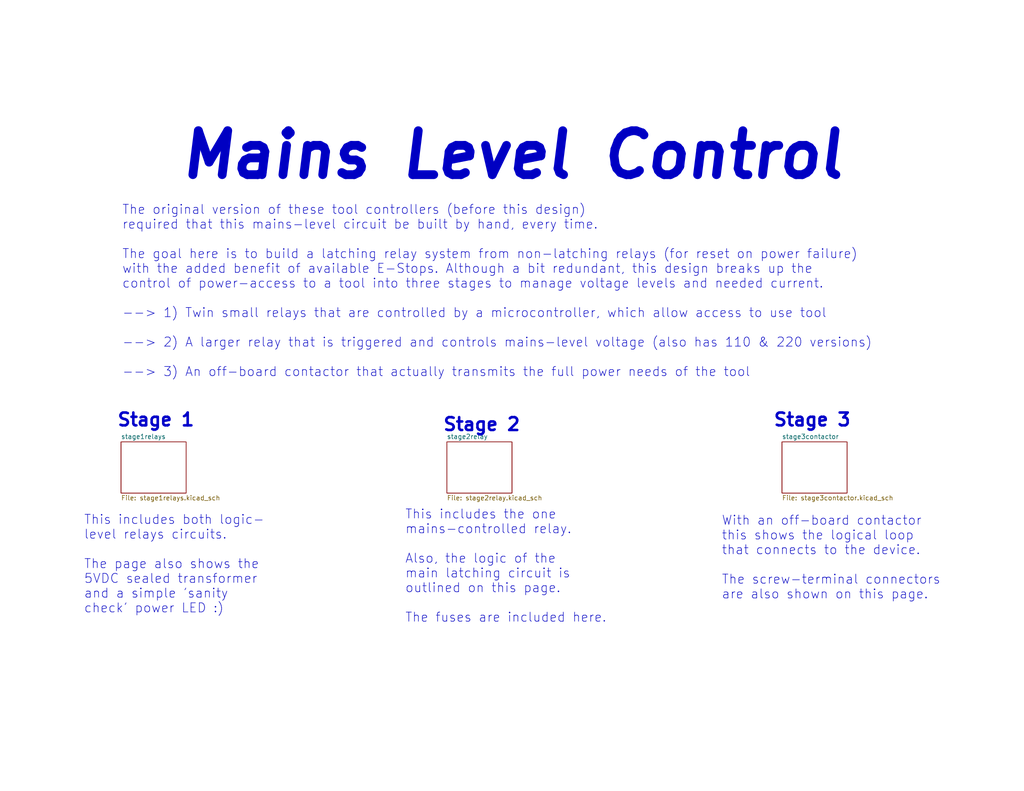
<source format=kicad_sch>
(kicad_sch
	(version 20231120)
	(generator "eeschema")
	(generator_version "8.0")
	(uuid "473ccc68-6a6a-489f-b5f1-15b19fc33a30")
	(paper "USLetter")
	(title_block
		(date "2022-10-09")
		(rev "3")
		(company "Corey Rice & MakeHaven")
	)
	(lib_symbols)
	(text "With an off-board contactor\nthis shows the logical loop \nthat connects to the device.\n\nThe screw-terminal connectors\nare also shown on this page."
		(exclude_from_sim no)
		(at 196.85 163.83 0)
		(effects
			(font
				(size 2.5 2.5)
			)
			(justify left bottom)
		)
		(uuid "32fe0a59-68d0-4b4f-8e23-d83bb4eb655b")
	)
	(text "This includes the one \nmains-controlled relay.\n\nAlso, the logic of the \nmain latching circuit is \noutlined on this page.\n\nThe fuses are included here."
		(exclude_from_sim no)
		(at 110.49 170.18 0)
		(effects
			(font
				(size 2.5 2.5)
			)
			(justify left bottom)
		)
		(uuid "3ceeab97-b330-441d-be71-911907be6baa")
	)
	(text "Stage 3"
		(exclude_from_sim no)
		(at 210.82 116.84 0)
		(effects
			(font
				(size 3.5 3.5)
				(thickness 0.7)
				(bold yes)
			)
			(justify left bottom)
		)
		(uuid "492a239e-7637-424f-8646-64df28d2307b")
	)
	(text "Mains Level Control"
		(exclude_from_sim no)
		(at 48.26 49.53 0)
		(effects
			(font
				(size 12 12)
				(thickness 2.4)
				(bold yes)
				(italic yes)
			)
			(justify left bottom)
		)
		(uuid "9466442e-daf1-4ed2-8e17-daf0b9968e62")
	)
	(text "Stage 2"
		(exclude_from_sim no)
		(at 120.65 118.11 0)
		(effects
			(font
				(size 3.5 3.5)
				(thickness 0.7)
				(bold yes)
			)
			(justify left bottom)
		)
		(uuid "ccd0afa8-abb5-4fb3-a592-fcbe6656fa00")
	)
	(text "The original version of these tool controllers (before this design) \nrequired that this mains-level circuit be built by hand, every time. \n\nThe goal here is to build a latching relay system from non-latching relays (for reset on power failure)\nwith the added benefit of available E-Stops. Although a bit redundant, this design breaks up the \ncontrol of power-access to a tool into three stages to manage voltage levels and needed current. \n\n--> 1) Twin small relays that are controlled by a microcontroller, which allow access to use tool\n\n--> 2) A larger relay that is triggered and controls mains-level voltage (also has 110 & 220 versions)\n\n--> 3) An off-board contactor that actually transmits the full power needs of the tool"
		(exclude_from_sim no)
		(at 33.274 103.124 0)
		(effects
			(font
				(size 2.5 2.5)
			)
			(justify left bottom)
		)
		(uuid "d13dc615-f5bc-4da3-9f98-b99d5040d2e2")
	)
	(text "This includes both logic-\nlevel relays circuits.\n\nThe page also shows the \n5VDC sealed transformer \nand a simple 'sanity \ncheck' power LED :)"
		(exclude_from_sim no)
		(at 22.86 167.64 0)
		(effects
			(font
				(size 2.5 2.5)
			)
			(justify left bottom)
		)
		(uuid "d33c8939-bfc4-407b-a74f-9105e2b85ec2")
	)
	(text "Stage 1"
		(exclude_from_sim no)
		(at 31.75 116.84 0)
		(effects
			(font
				(size 3.5 3.5)
				(thickness 0.7)
				(bold yes)
			)
			(justify left bottom)
		)
		(uuid "f657341d-018f-4236-a327-6e5b48936a2f")
	)
	(sheet
		(at 213.36 120.65)
		(size 17.78 13.97)
		(fields_autoplaced yes)
		(stroke
			(width 0.1524)
			(type solid)
		)
		(fill
			(color 0 0 0 0.0000)
		)
		(uuid "7e35b9a1-6df7-4aff-8cae-346c220af792")
		(property "Sheetname" "stage3contactor"
			(at 213.36 119.9384 0)
			(effects
				(font
					(size 1.27 1.27)
				)
				(justify left bottom)
			)
		)
		(property "Sheetfile" "stage3contactor.kicad_sch"
			(at 213.36 135.2046 0)
			(effects
				(font
					(size 1.27 1.27)
				)
				(justify left top)
			)
		)
		(instances
			(project "wing-combo"
				(path "/586efc0f-7de2-49a7-ac21-ecfef2f716d6/6f44f9bb-3a88-498d-9739-be3794f35f17"
					(page "10")
				)
			)
		)
	)
	(sheet
		(at 33.02 120.65)
		(size 17.78 13.97)
		(fields_autoplaced yes)
		(stroke
			(width 0.1524)
			(type solid)
		)
		(fill
			(color 0 0 0 0.0000)
		)
		(uuid "9191b819-8102-4422-9a84-62b3b85afe01")
		(property "Sheetname" "stage1relays"
			(at 33.02 119.9384 0)
			(effects
				(font
					(size 1.27 1.27)
				)
				(justify left bottom)
			)
		)
		(property "Sheetfile" "stage1relays.kicad_sch"
			(at 33.02 135.2046 0)
			(effects
				(font
					(size 1.27 1.27)
				)
				(justify left top)
			)
		)
		(instances
			(project "wing-combo"
				(path "/586efc0f-7de2-49a7-ac21-ecfef2f716d6/6f44f9bb-3a88-498d-9739-be3794f35f17"
					(page "8")
				)
			)
		)
	)
	(sheet
		(at 121.92 120.65)
		(size 17.78 13.97)
		(fields_autoplaced yes)
		(stroke
			(width 0.1524)
			(type solid)
		)
		(fill
			(color 0 0 0 0.0000)
		)
		(uuid "fd75559e-77bb-4f15-bd9f-e39243a04df3")
		(property "Sheetname" "stage2relay"
			(at 121.92 119.9384 0)
			(effects
				(font
					(size 1.27 1.27)
				)
				(justify left bottom)
			)
		)
		(property "Sheetfile" "stage2relay.kicad_sch"
			(at 121.92 135.2046 0)
			(effects
				(font
					(size 1.27 1.27)
				)
				(justify left top)
			)
		)
		(instances
			(project "wing-combo"
				(path "/586efc0f-7de2-49a7-ac21-ecfef2f716d6/6f44f9bb-3a88-498d-9739-be3794f35f17"
					(page "9")
				)
			)
		)
	)
)

</source>
